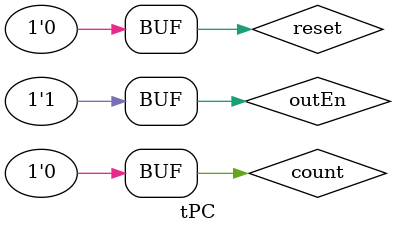
<source format=v>
`timescale 1us/10ns

module tPC;
	reg reset, count, outEn;
	wire [15:0] curAddress;
	
	PC programCounter(reset, count, outEn, curAddress);
	
	initial
	begin
		reset = 1'b1;
		#5
		reset = 1'b0;
		count = 1'b1;
		#5
		count = 1'b0;
		outEn = 1'b1;
		#5
		outEn = 1'b0;
		count = 1'b1;
		#5
		outEn = 1'b1; 
		#5
		count = 1'b0;
		end
endmodule
</source>
